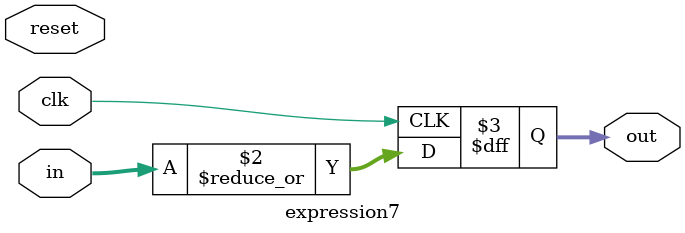
<source format=v>
module expression7
  #(parameter integer WIDTH = 8)
  (input wire             reset,
   input wire             clk,
   input wire [WIDTH-1:0] in,
   output reg [WIDTH-1:0] out);

   always @(posedge clk) out <= |in;

endmodule

</source>
